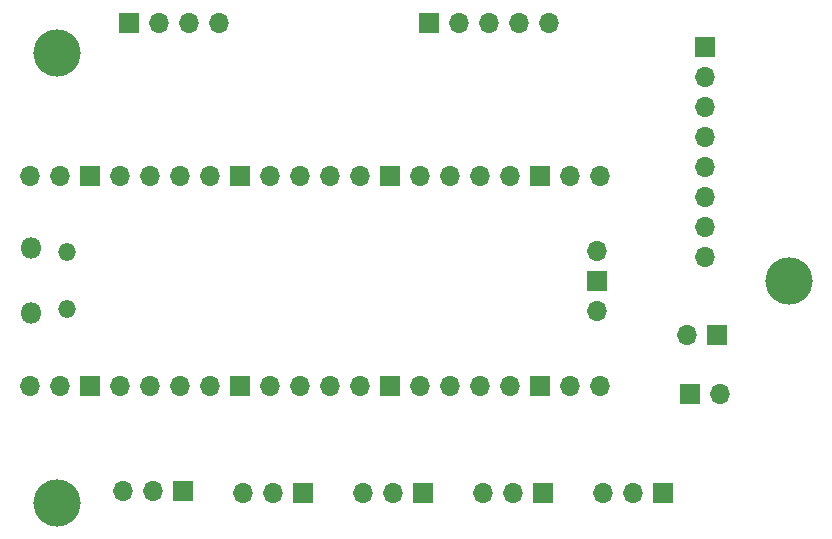
<source format=gbr>
%TF.GenerationSoftware,KiCad,Pcbnew,(6.0.7)*%
%TF.CreationDate,2022-08-29T22:08:19-04:00*%
%TF.ProjectId,PicoPilot,5069636f-5069-46c6-9f74-2e6b69636164,rev?*%
%TF.SameCoordinates,Original*%
%TF.FileFunction,Soldermask,Bot*%
%TF.FilePolarity,Negative*%
%FSLAX46Y46*%
G04 Gerber Fmt 4.6, Leading zero omitted, Abs format (unit mm)*
G04 Created by KiCad (PCBNEW (6.0.7)) date 2022-08-29 22:08:19*
%MOMM*%
%LPD*%
G01*
G04 APERTURE LIST*
%ADD10R,1.700000X1.700000*%
%ADD11O,1.700000X1.700000*%
%ADD12C,4.000000*%
%ADD13O,1.800000X1.800000*%
%ADD14O,1.500000X1.500000*%
G04 APERTURE END LIST*
D10*
%TO.C,J7*%
X163093000Y-107208000D03*
D11*
X163093000Y-109748000D03*
X163093000Y-112288000D03*
X163093000Y-114828000D03*
X163093000Y-117368000D03*
X163093000Y-119908000D03*
X163093000Y-122448000D03*
X163093000Y-124988000D03*
%TD*%
D12*
%TO.C,*%
X108204000Y-107696000D03*
%TD*%
D13*
%TO.C,U1*%
X106048000Y-124275000D03*
D14*
X109078000Y-129425000D03*
D13*
X106048000Y-129725000D03*
D14*
X109078000Y-124575000D03*
D11*
X105918000Y-135890000D03*
X108458000Y-135890000D03*
D10*
X110998000Y-135890000D03*
D11*
X113538000Y-135890000D03*
X116078000Y-135890000D03*
X118618000Y-135890000D03*
X121158000Y-135890000D03*
D10*
X123698000Y-135890000D03*
D11*
X126238000Y-135890000D03*
X128778000Y-135890000D03*
X131318000Y-135890000D03*
X133858000Y-135890000D03*
D10*
X136398000Y-135890000D03*
D11*
X138938000Y-135890000D03*
X141478000Y-135890000D03*
X144018000Y-135890000D03*
X146558000Y-135890000D03*
D10*
X149098000Y-135890000D03*
D11*
X151638000Y-135890000D03*
X154178000Y-135890000D03*
X154178000Y-118110000D03*
X151638000Y-118110000D03*
D10*
X149098000Y-118110000D03*
D11*
X146558000Y-118110000D03*
X144018000Y-118110000D03*
X141478000Y-118110000D03*
X138938000Y-118110000D03*
D10*
X136398000Y-118110000D03*
D11*
X133858000Y-118110000D03*
X131318000Y-118110000D03*
X128778000Y-118110000D03*
X126238000Y-118110000D03*
D10*
X123698000Y-118110000D03*
D11*
X121158000Y-118110000D03*
X118618000Y-118110000D03*
X116078000Y-118110000D03*
X113538000Y-118110000D03*
D10*
X110998000Y-118110000D03*
D11*
X108458000Y-118110000D03*
X105918000Y-118110000D03*
X153948000Y-129540000D03*
D10*
X153948000Y-127000000D03*
D11*
X153948000Y-124460000D03*
%TD*%
%TO.C,P4*%
X123937000Y-144977000D03*
X126477000Y-144977000D03*
D10*
X129017000Y-144977000D03*
%TD*%
%TO.C,J4*%
X114300000Y-105156000D03*
D11*
X116840000Y-105156000D03*
X119380000Y-105156000D03*
X121920000Y-105156000D03*
%TD*%
%TO.C,J2*%
X161544000Y-131572000D03*
D10*
X164084000Y-131572000D03*
%TD*%
%TO.C,P5*%
X118872000Y-144780000D03*
D11*
X116332000Y-144780000D03*
X113792000Y-144780000D03*
%TD*%
%TO.C,P1*%
X154417000Y-144977000D03*
X156957000Y-144977000D03*
D10*
X159497000Y-144977000D03*
%TD*%
%TO.C,P2*%
X149337000Y-144977000D03*
D11*
X146797000Y-144977000D03*
X144257000Y-144977000D03*
%TD*%
%TO.C,P6*%
X164358000Y-136627000D03*
D10*
X161818000Y-136627000D03*
%TD*%
%TO.C,P3*%
X139177000Y-144977000D03*
D11*
X136637000Y-144977000D03*
X134097000Y-144977000D03*
%TD*%
D10*
%TO.C,J5*%
X139700000Y-105156000D03*
D11*
X142240000Y-105156000D03*
X144780000Y-105156000D03*
X147320000Y-105156000D03*
X149860000Y-105156000D03*
%TD*%
D12*
%TO.C,*%
X108204000Y-145796000D03*
%TD*%
%TO.C,*%
X170180000Y-127000000D03*
%TD*%
M02*

</source>
